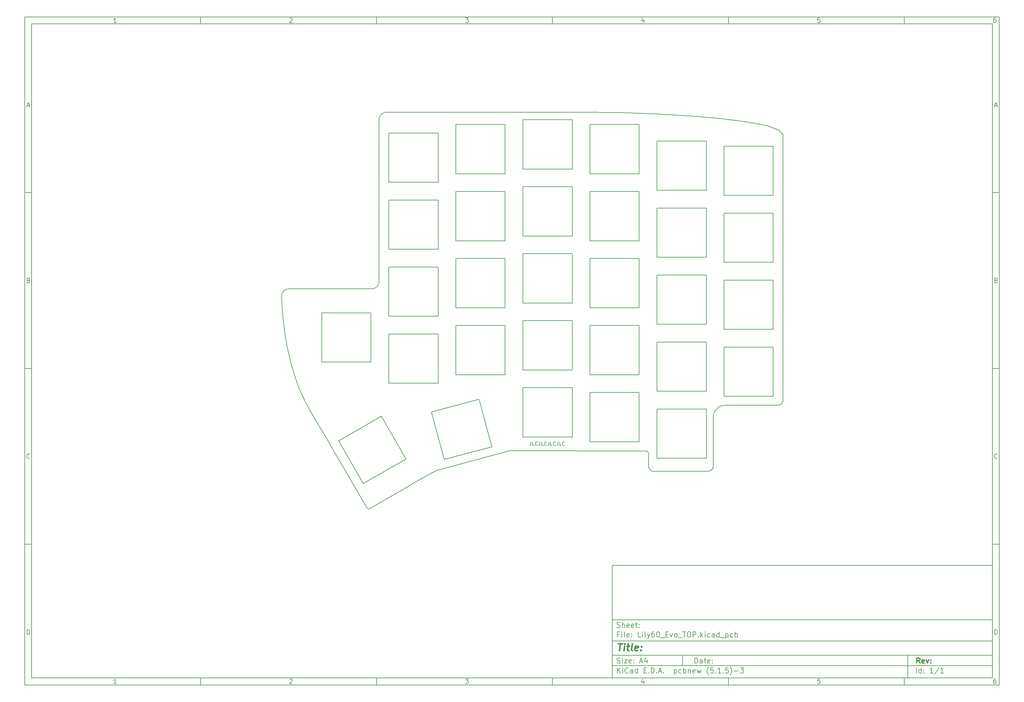
<source format=gto>
G04 #@! TF.GenerationSoftware,KiCad,Pcbnew,(5.1.5)-3*
G04 #@! TF.CreationDate,2020-05-17T14:13:09+04:00*
G04 #@! TF.ProjectId,Lily60_Evo_TOP,4c696c79-3630-45f4-9576-6f5f544f502e,rev?*
G04 #@! TF.SameCoordinates,Original*
G04 #@! TF.FileFunction,Legend,Top*
G04 #@! TF.FilePolarity,Positive*
%FSLAX46Y46*%
G04 Gerber Fmt 4.6, Leading zero omitted, Abs format (unit mm)*
G04 Created by KiCad (PCBNEW (5.1.5)-3) date 2020-05-17 14:13:09*
%MOMM*%
%LPD*%
G04 APERTURE LIST*
%ADD10C,0.100000*%
%ADD11C,0.150000*%
%ADD12C,0.300000*%
%ADD13C,0.400000*%
%ADD14C,0.200000*%
G04 APERTURE END LIST*
D10*
D11*
X177002200Y-166007200D02*
X177002200Y-198007200D01*
X285002200Y-198007200D01*
X285002200Y-166007200D01*
X177002200Y-166007200D01*
D10*
D11*
X10000000Y-10000000D02*
X10000000Y-200007200D01*
X287002200Y-200007200D01*
X287002200Y-10000000D01*
X10000000Y-10000000D01*
D10*
D11*
X12000000Y-12000000D02*
X12000000Y-198007200D01*
X285002200Y-198007200D01*
X285002200Y-12000000D01*
X12000000Y-12000000D01*
D10*
D11*
X60000000Y-12000000D02*
X60000000Y-10000000D01*
D10*
D11*
X110000000Y-12000000D02*
X110000000Y-10000000D01*
D10*
D11*
X160000000Y-12000000D02*
X160000000Y-10000000D01*
D10*
D11*
X210000000Y-12000000D02*
X210000000Y-10000000D01*
D10*
D11*
X260000000Y-12000000D02*
X260000000Y-10000000D01*
D10*
D11*
X36065476Y-11588095D02*
X35322619Y-11588095D01*
X35694047Y-11588095D02*
X35694047Y-10288095D01*
X35570238Y-10473809D01*
X35446428Y-10597619D01*
X35322619Y-10659523D01*
D10*
D11*
X85322619Y-10411904D02*
X85384523Y-10350000D01*
X85508333Y-10288095D01*
X85817857Y-10288095D01*
X85941666Y-10350000D01*
X86003571Y-10411904D01*
X86065476Y-10535714D01*
X86065476Y-10659523D01*
X86003571Y-10845238D01*
X85260714Y-11588095D01*
X86065476Y-11588095D01*
D10*
D11*
X135260714Y-10288095D02*
X136065476Y-10288095D01*
X135632142Y-10783333D01*
X135817857Y-10783333D01*
X135941666Y-10845238D01*
X136003571Y-10907142D01*
X136065476Y-11030952D01*
X136065476Y-11340476D01*
X136003571Y-11464285D01*
X135941666Y-11526190D01*
X135817857Y-11588095D01*
X135446428Y-11588095D01*
X135322619Y-11526190D01*
X135260714Y-11464285D01*
D10*
D11*
X185941666Y-10721428D02*
X185941666Y-11588095D01*
X185632142Y-10226190D02*
X185322619Y-11154761D01*
X186127380Y-11154761D01*
D10*
D11*
X236003571Y-10288095D02*
X235384523Y-10288095D01*
X235322619Y-10907142D01*
X235384523Y-10845238D01*
X235508333Y-10783333D01*
X235817857Y-10783333D01*
X235941666Y-10845238D01*
X236003571Y-10907142D01*
X236065476Y-11030952D01*
X236065476Y-11340476D01*
X236003571Y-11464285D01*
X235941666Y-11526190D01*
X235817857Y-11588095D01*
X235508333Y-11588095D01*
X235384523Y-11526190D01*
X235322619Y-11464285D01*
D10*
D11*
X285941666Y-10288095D02*
X285694047Y-10288095D01*
X285570238Y-10350000D01*
X285508333Y-10411904D01*
X285384523Y-10597619D01*
X285322619Y-10845238D01*
X285322619Y-11340476D01*
X285384523Y-11464285D01*
X285446428Y-11526190D01*
X285570238Y-11588095D01*
X285817857Y-11588095D01*
X285941666Y-11526190D01*
X286003571Y-11464285D01*
X286065476Y-11340476D01*
X286065476Y-11030952D01*
X286003571Y-10907142D01*
X285941666Y-10845238D01*
X285817857Y-10783333D01*
X285570238Y-10783333D01*
X285446428Y-10845238D01*
X285384523Y-10907142D01*
X285322619Y-11030952D01*
D10*
D11*
X60000000Y-198007200D02*
X60000000Y-200007200D01*
D10*
D11*
X110000000Y-198007200D02*
X110000000Y-200007200D01*
D10*
D11*
X160000000Y-198007200D02*
X160000000Y-200007200D01*
D10*
D11*
X210000000Y-198007200D02*
X210000000Y-200007200D01*
D10*
D11*
X260000000Y-198007200D02*
X260000000Y-200007200D01*
D10*
D11*
X36065476Y-199595295D02*
X35322619Y-199595295D01*
X35694047Y-199595295D02*
X35694047Y-198295295D01*
X35570238Y-198481009D01*
X35446428Y-198604819D01*
X35322619Y-198666723D01*
D10*
D11*
X85322619Y-198419104D02*
X85384523Y-198357200D01*
X85508333Y-198295295D01*
X85817857Y-198295295D01*
X85941666Y-198357200D01*
X86003571Y-198419104D01*
X86065476Y-198542914D01*
X86065476Y-198666723D01*
X86003571Y-198852438D01*
X85260714Y-199595295D01*
X86065476Y-199595295D01*
D10*
D11*
X135260714Y-198295295D02*
X136065476Y-198295295D01*
X135632142Y-198790533D01*
X135817857Y-198790533D01*
X135941666Y-198852438D01*
X136003571Y-198914342D01*
X136065476Y-199038152D01*
X136065476Y-199347676D01*
X136003571Y-199471485D01*
X135941666Y-199533390D01*
X135817857Y-199595295D01*
X135446428Y-199595295D01*
X135322619Y-199533390D01*
X135260714Y-199471485D01*
D10*
D11*
X185941666Y-198728628D02*
X185941666Y-199595295D01*
X185632142Y-198233390D02*
X185322619Y-199161961D01*
X186127380Y-199161961D01*
D10*
D11*
X236003571Y-198295295D02*
X235384523Y-198295295D01*
X235322619Y-198914342D01*
X235384523Y-198852438D01*
X235508333Y-198790533D01*
X235817857Y-198790533D01*
X235941666Y-198852438D01*
X236003571Y-198914342D01*
X236065476Y-199038152D01*
X236065476Y-199347676D01*
X236003571Y-199471485D01*
X235941666Y-199533390D01*
X235817857Y-199595295D01*
X235508333Y-199595295D01*
X235384523Y-199533390D01*
X235322619Y-199471485D01*
D10*
D11*
X285941666Y-198295295D02*
X285694047Y-198295295D01*
X285570238Y-198357200D01*
X285508333Y-198419104D01*
X285384523Y-198604819D01*
X285322619Y-198852438D01*
X285322619Y-199347676D01*
X285384523Y-199471485D01*
X285446428Y-199533390D01*
X285570238Y-199595295D01*
X285817857Y-199595295D01*
X285941666Y-199533390D01*
X286003571Y-199471485D01*
X286065476Y-199347676D01*
X286065476Y-199038152D01*
X286003571Y-198914342D01*
X285941666Y-198852438D01*
X285817857Y-198790533D01*
X285570238Y-198790533D01*
X285446428Y-198852438D01*
X285384523Y-198914342D01*
X285322619Y-199038152D01*
D10*
D11*
X10000000Y-60000000D02*
X12000000Y-60000000D01*
D10*
D11*
X10000000Y-110000000D02*
X12000000Y-110000000D01*
D10*
D11*
X10000000Y-160000000D02*
X12000000Y-160000000D01*
D10*
D11*
X10690476Y-35216666D02*
X11309523Y-35216666D01*
X10566666Y-35588095D02*
X11000000Y-34288095D01*
X11433333Y-35588095D01*
D10*
D11*
X11092857Y-84907142D02*
X11278571Y-84969047D01*
X11340476Y-85030952D01*
X11402380Y-85154761D01*
X11402380Y-85340476D01*
X11340476Y-85464285D01*
X11278571Y-85526190D01*
X11154761Y-85588095D01*
X10659523Y-85588095D01*
X10659523Y-84288095D01*
X11092857Y-84288095D01*
X11216666Y-84350000D01*
X11278571Y-84411904D01*
X11340476Y-84535714D01*
X11340476Y-84659523D01*
X11278571Y-84783333D01*
X11216666Y-84845238D01*
X11092857Y-84907142D01*
X10659523Y-84907142D01*
D10*
D11*
X11402380Y-135464285D02*
X11340476Y-135526190D01*
X11154761Y-135588095D01*
X11030952Y-135588095D01*
X10845238Y-135526190D01*
X10721428Y-135402380D01*
X10659523Y-135278571D01*
X10597619Y-135030952D01*
X10597619Y-134845238D01*
X10659523Y-134597619D01*
X10721428Y-134473809D01*
X10845238Y-134350000D01*
X11030952Y-134288095D01*
X11154761Y-134288095D01*
X11340476Y-134350000D01*
X11402380Y-134411904D01*
D10*
D11*
X10659523Y-185588095D02*
X10659523Y-184288095D01*
X10969047Y-184288095D01*
X11154761Y-184350000D01*
X11278571Y-184473809D01*
X11340476Y-184597619D01*
X11402380Y-184845238D01*
X11402380Y-185030952D01*
X11340476Y-185278571D01*
X11278571Y-185402380D01*
X11154761Y-185526190D01*
X10969047Y-185588095D01*
X10659523Y-185588095D01*
D10*
D11*
X287002200Y-60000000D02*
X285002200Y-60000000D01*
D10*
D11*
X287002200Y-110000000D02*
X285002200Y-110000000D01*
D10*
D11*
X287002200Y-160000000D02*
X285002200Y-160000000D01*
D10*
D11*
X285692676Y-35216666D02*
X286311723Y-35216666D01*
X285568866Y-35588095D02*
X286002200Y-34288095D01*
X286435533Y-35588095D01*
D10*
D11*
X286095057Y-84907142D02*
X286280771Y-84969047D01*
X286342676Y-85030952D01*
X286404580Y-85154761D01*
X286404580Y-85340476D01*
X286342676Y-85464285D01*
X286280771Y-85526190D01*
X286156961Y-85588095D01*
X285661723Y-85588095D01*
X285661723Y-84288095D01*
X286095057Y-84288095D01*
X286218866Y-84350000D01*
X286280771Y-84411904D01*
X286342676Y-84535714D01*
X286342676Y-84659523D01*
X286280771Y-84783333D01*
X286218866Y-84845238D01*
X286095057Y-84907142D01*
X285661723Y-84907142D01*
D10*
D11*
X286404580Y-135464285D02*
X286342676Y-135526190D01*
X286156961Y-135588095D01*
X286033152Y-135588095D01*
X285847438Y-135526190D01*
X285723628Y-135402380D01*
X285661723Y-135278571D01*
X285599819Y-135030952D01*
X285599819Y-134845238D01*
X285661723Y-134597619D01*
X285723628Y-134473809D01*
X285847438Y-134350000D01*
X286033152Y-134288095D01*
X286156961Y-134288095D01*
X286342676Y-134350000D01*
X286404580Y-134411904D01*
D10*
D11*
X285661723Y-185588095D02*
X285661723Y-184288095D01*
X285971247Y-184288095D01*
X286156961Y-184350000D01*
X286280771Y-184473809D01*
X286342676Y-184597619D01*
X286404580Y-184845238D01*
X286404580Y-185030952D01*
X286342676Y-185278571D01*
X286280771Y-185402380D01*
X286156961Y-185526190D01*
X285971247Y-185588095D01*
X285661723Y-185588095D01*
D10*
D11*
X200434342Y-193785771D02*
X200434342Y-192285771D01*
X200791485Y-192285771D01*
X201005771Y-192357200D01*
X201148628Y-192500057D01*
X201220057Y-192642914D01*
X201291485Y-192928628D01*
X201291485Y-193142914D01*
X201220057Y-193428628D01*
X201148628Y-193571485D01*
X201005771Y-193714342D01*
X200791485Y-193785771D01*
X200434342Y-193785771D01*
X202577200Y-193785771D02*
X202577200Y-193000057D01*
X202505771Y-192857200D01*
X202362914Y-192785771D01*
X202077200Y-192785771D01*
X201934342Y-192857200D01*
X202577200Y-193714342D02*
X202434342Y-193785771D01*
X202077200Y-193785771D01*
X201934342Y-193714342D01*
X201862914Y-193571485D01*
X201862914Y-193428628D01*
X201934342Y-193285771D01*
X202077200Y-193214342D01*
X202434342Y-193214342D01*
X202577200Y-193142914D01*
X203077200Y-192785771D02*
X203648628Y-192785771D01*
X203291485Y-192285771D02*
X203291485Y-193571485D01*
X203362914Y-193714342D01*
X203505771Y-193785771D01*
X203648628Y-193785771D01*
X204720057Y-193714342D02*
X204577200Y-193785771D01*
X204291485Y-193785771D01*
X204148628Y-193714342D01*
X204077200Y-193571485D01*
X204077200Y-193000057D01*
X204148628Y-192857200D01*
X204291485Y-192785771D01*
X204577200Y-192785771D01*
X204720057Y-192857200D01*
X204791485Y-193000057D01*
X204791485Y-193142914D01*
X204077200Y-193285771D01*
X205434342Y-193642914D02*
X205505771Y-193714342D01*
X205434342Y-193785771D01*
X205362914Y-193714342D01*
X205434342Y-193642914D01*
X205434342Y-193785771D01*
X205434342Y-192857200D02*
X205505771Y-192928628D01*
X205434342Y-193000057D01*
X205362914Y-192928628D01*
X205434342Y-192857200D01*
X205434342Y-193000057D01*
D10*
D11*
X177002200Y-194507200D02*
X285002200Y-194507200D01*
D10*
D11*
X178434342Y-196585771D02*
X178434342Y-195085771D01*
X179291485Y-196585771D02*
X178648628Y-195728628D01*
X179291485Y-195085771D02*
X178434342Y-195942914D01*
X179934342Y-196585771D02*
X179934342Y-195585771D01*
X179934342Y-195085771D02*
X179862914Y-195157200D01*
X179934342Y-195228628D01*
X180005771Y-195157200D01*
X179934342Y-195085771D01*
X179934342Y-195228628D01*
X181505771Y-196442914D02*
X181434342Y-196514342D01*
X181220057Y-196585771D01*
X181077200Y-196585771D01*
X180862914Y-196514342D01*
X180720057Y-196371485D01*
X180648628Y-196228628D01*
X180577200Y-195942914D01*
X180577200Y-195728628D01*
X180648628Y-195442914D01*
X180720057Y-195300057D01*
X180862914Y-195157200D01*
X181077200Y-195085771D01*
X181220057Y-195085771D01*
X181434342Y-195157200D01*
X181505771Y-195228628D01*
X182791485Y-196585771D02*
X182791485Y-195800057D01*
X182720057Y-195657200D01*
X182577200Y-195585771D01*
X182291485Y-195585771D01*
X182148628Y-195657200D01*
X182791485Y-196514342D02*
X182648628Y-196585771D01*
X182291485Y-196585771D01*
X182148628Y-196514342D01*
X182077200Y-196371485D01*
X182077200Y-196228628D01*
X182148628Y-196085771D01*
X182291485Y-196014342D01*
X182648628Y-196014342D01*
X182791485Y-195942914D01*
X184148628Y-196585771D02*
X184148628Y-195085771D01*
X184148628Y-196514342D02*
X184005771Y-196585771D01*
X183720057Y-196585771D01*
X183577200Y-196514342D01*
X183505771Y-196442914D01*
X183434342Y-196300057D01*
X183434342Y-195871485D01*
X183505771Y-195728628D01*
X183577200Y-195657200D01*
X183720057Y-195585771D01*
X184005771Y-195585771D01*
X184148628Y-195657200D01*
X186005771Y-195800057D02*
X186505771Y-195800057D01*
X186720057Y-196585771D02*
X186005771Y-196585771D01*
X186005771Y-195085771D01*
X186720057Y-195085771D01*
X187362914Y-196442914D02*
X187434342Y-196514342D01*
X187362914Y-196585771D01*
X187291485Y-196514342D01*
X187362914Y-196442914D01*
X187362914Y-196585771D01*
X188077200Y-196585771D02*
X188077200Y-195085771D01*
X188434342Y-195085771D01*
X188648628Y-195157200D01*
X188791485Y-195300057D01*
X188862914Y-195442914D01*
X188934342Y-195728628D01*
X188934342Y-195942914D01*
X188862914Y-196228628D01*
X188791485Y-196371485D01*
X188648628Y-196514342D01*
X188434342Y-196585771D01*
X188077200Y-196585771D01*
X189577200Y-196442914D02*
X189648628Y-196514342D01*
X189577200Y-196585771D01*
X189505771Y-196514342D01*
X189577200Y-196442914D01*
X189577200Y-196585771D01*
X190220057Y-196157200D02*
X190934342Y-196157200D01*
X190077200Y-196585771D02*
X190577200Y-195085771D01*
X191077200Y-196585771D01*
X191577200Y-196442914D02*
X191648628Y-196514342D01*
X191577200Y-196585771D01*
X191505771Y-196514342D01*
X191577200Y-196442914D01*
X191577200Y-196585771D01*
X194577200Y-195585771D02*
X194577200Y-197085771D01*
X194577200Y-195657200D02*
X194720057Y-195585771D01*
X195005771Y-195585771D01*
X195148628Y-195657200D01*
X195220057Y-195728628D01*
X195291485Y-195871485D01*
X195291485Y-196300057D01*
X195220057Y-196442914D01*
X195148628Y-196514342D01*
X195005771Y-196585771D01*
X194720057Y-196585771D01*
X194577200Y-196514342D01*
X196577200Y-196514342D02*
X196434342Y-196585771D01*
X196148628Y-196585771D01*
X196005771Y-196514342D01*
X195934342Y-196442914D01*
X195862914Y-196300057D01*
X195862914Y-195871485D01*
X195934342Y-195728628D01*
X196005771Y-195657200D01*
X196148628Y-195585771D01*
X196434342Y-195585771D01*
X196577200Y-195657200D01*
X197220057Y-196585771D02*
X197220057Y-195085771D01*
X197220057Y-195657200D02*
X197362914Y-195585771D01*
X197648628Y-195585771D01*
X197791485Y-195657200D01*
X197862914Y-195728628D01*
X197934342Y-195871485D01*
X197934342Y-196300057D01*
X197862914Y-196442914D01*
X197791485Y-196514342D01*
X197648628Y-196585771D01*
X197362914Y-196585771D01*
X197220057Y-196514342D01*
X198577200Y-195585771D02*
X198577200Y-196585771D01*
X198577200Y-195728628D02*
X198648628Y-195657200D01*
X198791485Y-195585771D01*
X199005771Y-195585771D01*
X199148628Y-195657200D01*
X199220057Y-195800057D01*
X199220057Y-196585771D01*
X200505771Y-196514342D02*
X200362914Y-196585771D01*
X200077200Y-196585771D01*
X199934342Y-196514342D01*
X199862914Y-196371485D01*
X199862914Y-195800057D01*
X199934342Y-195657200D01*
X200077200Y-195585771D01*
X200362914Y-195585771D01*
X200505771Y-195657200D01*
X200577200Y-195800057D01*
X200577200Y-195942914D01*
X199862914Y-196085771D01*
X201077200Y-195585771D02*
X201362914Y-196585771D01*
X201648628Y-195871485D01*
X201934342Y-196585771D01*
X202220057Y-195585771D01*
X204362914Y-197157200D02*
X204291485Y-197085771D01*
X204148628Y-196871485D01*
X204077200Y-196728628D01*
X204005771Y-196514342D01*
X203934342Y-196157200D01*
X203934342Y-195871485D01*
X204005771Y-195514342D01*
X204077200Y-195300057D01*
X204148628Y-195157200D01*
X204291485Y-194942914D01*
X204362914Y-194871485D01*
X205648628Y-195085771D02*
X204934342Y-195085771D01*
X204862914Y-195800057D01*
X204934342Y-195728628D01*
X205077200Y-195657200D01*
X205434342Y-195657200D01*
X205577200Y-195728628D01*
X205648628Y-195800057D01*
X205720057Y-195942914D01*
X205720057Y-196300057D01*
X205648628Y-196442914D01*
X205577200Y-196514342D01*
X205434342Y-196585771D01*
X205077200Y-196585771D01*
X204934342Y-196514342D01*
X204862914Y-196442914D01*
X206362914Y-196442914D02*
X206434342Y-196514342D01*
X206362914Y-196585771D01*
X206291485Y-196514342D01*
X206362914Y-196442914D01*
X206362914Y-196585771D01*
X207862914Y-196585771D02*
X207005771Y-196585771D01*
X207434342Y-196585771D02*
X207434342Y-195085771D01*
X207291485Y-195300057D01*
X207148628Y-195442914D01*
X207005771Y-195514342D01*
X208505771Y-196442914D02*
X208577200Y-196514342D01*
X208505771Y-196585771D01*
X208434342Y-196514342D01*
X208505771Y-196442914D01*
X208505771Y-196585771D01*
X209934342Y-195085771D02*
X209220057Y-195085771D01*
X209148628Y-195800057D01*
X209220057Y-195728628D01*
X209362914Y-195657200D01*
X209720057Y-195657200D01*
X209862914Y-195728628D01*
X209934342Y-195800057D01*
X210005771Y-195942914D01*
X210005771Y-196300057D01*
X209934342Y-196442914D01*
X209862914Y-196514342D01*
X209720057Y-196585771D01*
X209362914Y-196585771D01*
X209220057Y-196514342D01*
X209148628Y-196442914D01*
X210505771Y-197157200D02*
X210577200Y-197085771D01*
X210720057Y-196871485D01*
X210791485Y-196728628D01*
X210862914Y-196514342D01*
X210934342Y-196157200D01*
X210934342Y-195871485D01*
X210862914Y-195514342D01*
X210791485Y-195300057D01*
X210720057Y-195157200D01*
X210577200Y-194942914D01*
X210505771Y-194871485D01*
X211648628Y-196014342D02*
X212791485Y-196014342D01*
X213362914Y-195085771D02*
X214291485Y-195085771D01*
X213791485Y-195657200D01*
X214005771Y-195657200D01*
X214148628Y-195728628D01*
X214220057Y-195800057D01*
X214291485Y-195942914D01*
X214291485Y-196300057D01*
X214220057Y-196442914D01*
X214148628Y-196514342D01*
X214005771Y-196585771D01*
X213577200Y-196585771D01*
X213434342Y-196514342D01*
X213362914Y-196442914D01*
D10*
D11*
X177002200Y-191507200D02*
X285002200Y-191507200D01*
D10*
D12*
X264411485Y-193785771D02*
X263911485Y-193071485D01*
X263554342Y-193785771D02*
X263554342Y-192285771D01*
X264125771Y-192285771D01*
X264268628Y-192357200D01*
X264340057Y-192428628D01*
X264411485Y-192571485D01*
X264411485Y-192785771D01*
X264340057Y-192928628D01*
X264268628Y-193000057D01*
X264125771Y-193071485D01*
X263554342Y-193071485D01*
X265625771Y-193714342D02*
X265482914Y-193785771D01*
X265197200Y-193785771D01*
X265054342Y-193714342D01*
X264982914Y-193571485D01*
X264982914Y-193000057D01*
X265054342Y-192857200D01*
X265197200Y-192785771D01*
X265482914Y-192785771D01*
X265625771Y-192857200D01*
X265697200Y-193000057D01*
X265697200Y-193142914D01*
X264982914Y-193285771D01*
X266197200Y-192785771D02*
X266554342Y-193785771D01*
X266911485Y-192785771D01*
X267482914Y-193642914D02*
X267554342Y-193714342D01*
X267482914Y-193785771D01*
X267411485Y-193714342D01*
X267482914Y-193642914D01*
X267482914Y-193785771D01*
X267482914Y-192857200D02*
X267554342Y-192928628D01*
X267482914Y-193000057D01*
X267411485Y-192928628D01*
X267482914Y-192857200D01*
X267482914Y-193000057D01*
D10*
D11*
X178362914Y-193714342D02*
X178577200Y-193785771D01*
X178934342Y-193785771D01*
X179077200Y-193714342D01*
X179148628Y-193642914D01*
X179220057Y-193500057D01*
X179220057Y-193357200D01*
X179148628Y-193214342D01*
X179077200Y-193142914D01*
X178934342Y-193071485D01*
X178648628Y-193000057D01*
X178505771Y-192928628D01*
X178434342Y-192857200D01*
X178362914Y-192714342D01*
X178362914Y-192571485D01*
X178434342Y-192428628D01*
X178505771Y-192357200D01*
X178648628Y-192285771D01*
X179005771Y-192285771D01*
X179220057Y-192357200D01*
X179862914Y-193785771D02*
X179862914Y-192785771D01*
X179862914Y-192285771D02*
X179791485Y-192357200D01*
X179862914Y-192428628D01*
X179934342Y-192357200D01*
X179862914Y-192285771D01*
X179862914Y-192428628D01*
X180434342Y-192785771D02*
X181220057Y-192785771D01*
X180434342Y-193785771D01*
X181220057Y-193785771D01*
X182362914Y-193714342D02*
X182220057Y-193785771D01*
X181934342Y-193785771D01*
X181791485Y-193714342D01*
X181720057Y-193571485D01*
X181720057Y-193000057D01*
X181791485Y-192857200D01*
X181934342Y-192785771D01*
X182220057Y-192785771D01*
X182362914Y-192857200D01*
X182434342Y-193000057D01*
X182434342Y-193142914D01*
X181720057Y-193285771D01*
X183077200Y-193642914D02*
X183148628Y-193714342D01*
X183077200Y-193785771D01*
X183005771Y-193714342D01*
X183077200Y-193642914D01*
X183077200Y-193785771D01*
X183077200Y-192857200D02*
X183148628Y-192928628D01*
X183077200Y-193000057D01*
X183005771Y-192928628D01*
X183077200Y-192857200D01*
X183077200Y-193000057D01*
X184862914Y-193357200D02*
X185577200Y-193357200D01*
X184720057Y-193785771D02*
X185220057Y-192285771D01*
X185720057Y-193785771D01*
X186862914Y-192785771D02*
X186862914Y-193785771D01*
X186505771Y-192214342D02*
X186148628Y-193285771D01*
X187077200Y-193285771D01*
D10*
D11*
X263434342Y-196585771D02*
X263434342Y-195085771D01*
X264791485Y-196585771D02*
X264791485Y-195085771D01*
X264791485Y-196514342D02*
X264648628Y-196585771D01*
X264362914Y-196585771D01*
X264220057Y-196514342D01*
X264148628Y-196442914D01*
X264077200Y-196300057D01*
X264077200Y-195871485D01*
X264148628Y-195728628D01*
X264220057Y-195657200D01*
X264362914Y-195585771D01*
X264648628Y-195585771D01*
X264791485Y-195657200D01*
X265505771Y-196442914D02*
X265577200Y-196514342D01*
X265505771Y-196585771D01*
X265434342Y-196514342D01*
X265505771Y-196442914D01*
X265505771Y-196585771D01*
X265505771Y-195657200D02*
X265577200Y-195728628D01*
X265505771Y-195800057D01*
X265434342Y-195728628D01*
X265505771Y-195657200D01*
X265505771Y-195800057D01*
X268148628Y-196585771D02*
X267291485Y-196585771D01*
X267720057Y-196585771D02*
X267720057Y-195085771D01*
X267577200Y-195300057D01*
X267434342Y-195442914D01*
X267291485Y-195514342D01*
X269862914Y-195014342D02*
X268577200Y-196942914D01*
X271148628Y-196585771D02*
X270291485Y-196585771D01*
X270720057Y-196585771D02*
X270720057Y-195085771D01*
X270577200Y-195300057D01*
X270434342Y-195442914D01*
X270291485Y-195514342D01*
D10*
D11*
X177002200Y-187507200D02*
X285002200Y-187507200D01*
D10*
D13*
X178714580Y-188211961D02*
X179857438Y-188211961D01*
X179036009Y-190211961D02*
X179286009Y-188211961D01*
X180274104Y-190211961D02*
X180440771Y-188878628D01*
X180524104Y-188211961D02*
X180416961Y-188307200D01*
X180500295Y-188402438D01*
X180607438Y-188307200D01*
X180524104Y-188211961D01*
X180500295Y-188402438D01*
X181107438Y-188878628D02*
X181869342Y-188878628D01*
X181476485Y-188211961D02*
X181262200Y-189926247D01*
X181333628Y-190116723D01*
X181512200Y-190211961D01*
X181702676Y-190211961D01*
X182655057Y-190211961D02*
X182476485Y-190116723D01*
X182405057Y-189926247D01*
X182619342Y-188211961D01*
X184190771Y-190116723D02*
X183988390Y-190211961D01*
X183607438Y-190211961D01*
X183428866Y-190116723D01*
X183357438Y-189926247D01*
X183452676Y-189164342D01*
X183571723Y-188973866D01*
X183774104Y-188878628D01*
X184155057Y-188878628D01*
X184333628Y-188973866D01*
X184405057Y-189164342D01*
X184381247Y-189354819D01*
X183405057Y-189545295D01*
X185155057Y-190021485D02*
X185238390Y-190116723D01*
X185131247Y-190211961D01*
X185047914Y-190116723D01*
X185155057Y-190021485D01*
X185131247Y-190211961D01*
X185286009Y-188973866D02*
X185369342Y-189069104D01*
X185262200Y-189164342D01*
X185178866Y-189069104D01*
X185286009Y-188973866D01*
X185262200Y-189164342D01*
D10*
D11*
X178934342Y-185600057D02*
X178434342Y-185600057D01*
X178434342Y-186385771D02*
X178434342Y-184885771D01*
X179148628Y-184885771D01*
X179720057Y-186385771D02*
X179720057Y-185385771D01*
X179720057Y-184885771D02*
X179648628Y-184957200D01*
X179720057Y-185028628D01*
X179791485Y-184957200D01*
X179720057Y-184885771D01*
X179720057Y-185028628D01*
X180648628Y-186385771D02*
X180505771Y-186314342D01*
X180434342Y-186171485D01*
X180434342Y-184885771D01*
X181791485Y-186314342D02*
X181648628Y-186385771D01*
X181362914Y-186385771D01*
X181220057Y-186314342D01*
X181148628Y-186171485D01*
X181148628Y-185600057D01*
X181220057Y-185457200D01*
X181362914Y-185385771D01*
X181648628Y-185385771D01*
X181791485Y-185457200D01*
X181862914Y-185600057D01*
X181862914Y-185742914D01*
X181148628Y-185885771D01*
X182505771Y-186242914D02*
X182577200Y-186314342D01*
X182505771Y-186385771D01*
X182434342Y-186314342D01*
X182505771Y-186242914D01*
X182505771Y-186385771D01*
X182505771Y-185457200D02*
X182577200Y-185528628D01*
X182505771Y-185600057D01*
X182434342Y-185528628D01*
X182505771Y-185457200D01*
X182505771Y-185600057D01*
X185077200Y-186385771D02*
X184362914Y-186385771D01*
X184362914Y-184885771D01*
X185577200Y-186385771D02*
X185577200Y-185385771D01*
X185577200Y-184885771D02*
X185505771Y-184957200D01*
X185577200Y-185028628D01*
X185648628Y-184957200D01*
X185577200Y-184885771D01*
X185577200Y-185028628D01*
X186505771Y-186385771D02*
X186362914Y-186314342D01*
X186291485Y-186171485D01*
X186291485Y-184885771D01*
X186934342Y-185385771D02*
X187291485Y-186385771D01*
X187648628Y-185385771D02*
X187291485Y-186385771D01*
X187148628Y-186742914D01*
X187077200Y-186814342D01*
X186934342Y-186885771D01*
X188862914Y-184885771D02*
X188577200Y-184885771D01*
X188434342Y-184957200D01*
X188362914Y-185028628D01*
X188220057Y-185242914D01*
X188148628Y-185528628D01*
X188148628Y-186100057D01*
X188220057Y-186242914D01*
X188291485Y-186314342D01*
X188434342Y-186385771D01*
X188720057Y-186385771D01*
X188862914Y-186314342D01*
X188934342Y-186242914D01*
X189005771Y-186100057D01*
X189005771Y-185742914D01*
X188934342Y-185600057D01*
X188862914Y-185528628D01*
X188720057Y-185457200D01*
X188434342Y-185457200D01*
X188291485Y-185528628D01*
X188220057Y-185600057D01*
X188148628Y-185742914D01*
X189934342Y-184885771D02*
X190077200Y-184885771D01*
X190220057Y-184957200D01*
X190291485Y-185028628D01*
X190362914Y-185171485D01*
X190434342Y-185457200D01*
X190434342Y-185814342D01*
X190362914Y-186100057D01*
X190291485Y-186242914D01*
X190220057Y-186314342D01*
X190077200Y-186385771D01*
X189934342Y-186385771D01*
X189791485Y-186314342D01*
X189720057Y-186242914D01*
X189648628Y-186100057D01*
X189577200Y-185814342D01*
X189577200Y-185457200D01*
X189648628Y-185171485D01*
X189720057Y-185028628D01*
X189791485Y-184957200D01*
X189934342Y-184885771D01*
X190720057Y-186528628D02*
X191862914Y-186528628D01*
X192220057Y-185600057D02*
X192720057Y-185600057D01*
X192934342Y-186385771D02*
X192220057Y-186385771D01*
X192220057Y-184885771D01*
X192934342Y-184885771D01*
X193434342Y-185385771D02*
X193791485Y-186385771D01*
X194148628Y-185385771D01*
X194934342Y-186385771D02*
X194791485Y-186314342D01*
X194720057Y-186242914D01*
X194648628Y-186100057D01*
X194648628Y-185671485D01*
X194720057Y-185528628D01*
X194791485Y-185457200D01*
X194934342Y-185385771D01*
X195148628Y-185385771D01*
X195291485Y-185457200D01*
X195362914Y-185528628D01*
X195434342Y-185671485D01*
X195434342Y-186100057D01*
X195362914Y-186242914D01*
X195291485Y-186314342D01*
X195148628Y-186385771D01*
X194934342Y-186385771D01*
X195720057Y-186528628D02*
X196862914Y-186528628D01*
X197005771Y-184885771D02*
X197862914Y-184885771D01*
X197434342Y-186385771D02*
X197434342Y-184885771D01*
X198648628Y-184885771D02*
X198934342Y-184885771D01*
X199077200Y-184957200D01*
X199220057Y-185100057D01*
X199291485Y-185385771D01*
X199291485Y-185885771D01*
X199220057Y-186171485D01*
X199077200Y-186314342D01*
X198934342Y-186385771D01*
X198648628Y-186385771D01*
X198505771Y-186314342D01*
X198362914Y-186171485D01*
X198291485Y-185885771D01*
X198291485Y-185385771D01*
X198362914Y-185100057D01*
X198505771Y-184957200D01*
X198648628Y-184885771D01*
X199934342Y-186385771D02*
X199934342Y-184885771D01*
X200505771Y-184885771D01*
X200648628Y-184957200D01*
X200720057Y-185028628D01*
X200791485Y-185171485D01*
X200791485Y-185385771D01*
X200720057Y-185528628D01*
X200648628Y-185600057D01*
X200505771Y-185671485D01*
X199934342Y-185671485D01*
X201434342Y-186242914D02*
X201505771Y-186314342D01*
X201434342Y-186385771D01*
X201362914Y-186314342D01*
X201434342Y-186242914D01*
X201434342Y-186385771D01*
X202148628Y-186385771D02*
X202148628Y-184885771D01*
X202291485Y-185814342D02*
X202720057Y-186385771D01*
X202720057Y-185385771D02*
X202148628Y-185957200D01*
X203362914Y-186385771D02*
X203362914Y-185385771D01*
X203362914Y-184885771D02*
X203291485Y-184957200D01*
X203362914Y-185028628D01*
X203434342Y-184957200D01*
X203362914Y-184885771D01*
X203362914Y-185028628D01*
X204720057Y-186314342D02*
X204577200Y-186385771D01*
X204291485Y-186385771D01*
X204148628Y-186314342D01*
X204077200Y-186242914D01*
X204005771Y-186100057D01*
X204005771Y-185671485D01*
X204077200Y-185528628D01*
X204148628Y-185457200D01*
X204291485Y-185385771D01*
X204577200Y-185385771D01*
X204720057Y-185457200D01*
X206005771Y-186385771D02*
X206005771Y-185600057D01*
X205934342Y-185457200D01*
X205791485Y-185385771D01*
X205505771Y-185385771D01*
X205362914Y-185457200D01*
X206005771Y-186314342D02*
X205862914Y-186385771D01*
X205505771Y-186385771D01*
X205362914Y-186314342D01*
X205291485Y-186171485D01*
X205291485Y-186028628D01*
X205362914Y-185885771D01*
X205505771Y-185814342D01*
X205862914Y-185814342D01*
X206005771Y-185742914D01*
X207362914Y-186385771D02*
X207362914Y-184885771D01*
X207362914Y-186314342D02*
X207220057Y-186385771D01*
X206934342Y-186385771D01*
X206791485Y-186314342D01*
X206720057Y-186242914D01*
X206648628Y-186100057D01*
X206648628Y-185671485D01*
X206720057Y-185528628D01*
X206791485Y-185457200D01*
X206934342Y-185385771D01*
X207220057Y-185385771D01*
X207362914Y-185457200D01*
X207720057Y-186528628D02*
X208862914Y-186528628D01*
X209220057Y-185385771D02*
X209220057Y-186885771D01*
X209220057Y-185457200D02*
X209362914Y-185385771D01*
X209648628Y-185385771D01*
X209791485Y-185457200D01*
X209862914Y-185528628D01*
X209934342Y-185671485D01*
X209934342Y-186100057D01*
X209862914Y-186242914D01*
X209791485Y-186314342D01*
X209648628Y-186385771D01*
X209362914Y-186385771D01*
X209220057Y-186314342D01*
X211220057Y-186314342D02*
X211077200Y-186385771D01*
X210791485Y-186385771D01*
X210648628Y-186314342D01*
X210577200Y-186242914D01*
X210505771Y-186100057D01*
X210505771Y-185671485D01*
X210577200Y-185528628D01*
X210648628Y-185457200D01*
X210791485Y-185385771D01*
X211077200Y-185385771D01*
X211220057Y-185457200D01*
X211862914Y-186385771D02*
X211862914Y-184885771D01*
X211862914Y-185457200D02*
X212005771Y-185385771D01*
X212291485Y-185385771D01*
X212434342Y-185457200D01*
X212505771Y-185528628D01*
X212577200Y-185671485D01*
X212577200Y-186100057D01*
X212505771Y-186242914D01*
X212434342Y-186314342D01*
X212291485Y-186385771D01*
X212005771Y-186385771D01*
X211862914Y-186314342D01*
D10*
D11*
X177002200Y-181507200D02*
X285002200Y-181507200D01*
D10*
D11*
X178362914Y-183614342D02*
X178577200Y-183685771D01*
X178934342Y-183685771D01*
X179077200Y-183614342D01*
X179148628Y-183542914D01*
X179220057Y-183400057D01*
X179220057Y-183257200D01*
X179148628Y-183114342D01*
X179077200Y-183042914D01*
X178934342Y-182971485D01*
X178648628Y-182900057D01*
X178505771Y-182828628D01*
X178434342Y-182757200D01*
X178362914Y-182614342D01*
X178362914Y-182471485D01*
X178434342Y-182328628D01*
X178505771Y-182257200D01*
X178648628Y-182185771D01*
X179005771Y-182185771D01*
X179220057Y-182257200D01*
X179862914Y-183685771D02*
X179862914Y-182185771D01*
X180505771Y-183685771D02*
X180505771Y-182900057D01*
X180434342Y-182757200D01*
X180291485Y-182685771D01*
X180077200Y-182685771D01*
X179934342Y-182757200D01*
X179862914Y-182828628D01*
X181791485Y-183614342D02*
X181648628Y-183685771D01*
X181362914Y-183685771D01*
X181220057Y-183614342D01*
X181148628Y-183471485D01*
X181148628Y-182900057D01*
X181220057Y-182757200D01*
X181362914Y-182685771D01*
X181648628Y-182685771D01*
X181791485Y-182757200D01*
X181862914Y-182900057D01*
X181862914Y-183042914D01*
X181148628Y-183185771D01*
X183077200Y-183614342D02*
X182934342Y-183685771D01*
X182648628Y-183685771D01*
X182505771Y-183614342D01*
X182434342Y-183471485D01*
X182434342Y-182900057D01*
X182505771Y-182757200D01*
X182648628Y-182685771D01*
X182934342Y-182685771D01*
X183077200Y-182757200D01*
X183148628Y-182900057D01*
X183148628Y-183042914D01*
X182434342Y-183185771D01*
X183577200Y-182685771D02*
X184148628Y-182685771D01*
X183791485Y-182185771D02*
X183791485Y-183471485D01*
X183862914Y-183614342D01*
X184005771Y-183685771D01*
X184148628Y-183685771D01*
X184648628Y-183542914D02*
X184720057Y-183614342D01*
X184648628Y-183685771D01*
X184577200Y-183614342D01*
X184648628Y-183542914D01*
X184648628Y-183685771D01*
X184648628Y-182757200D02*
X184720057Y-182828628D01*
X184648628Y-182900057D01*
X184577200Y-182828628D01*
X184648628Y-182757200D01*
X184648628Y-182900057D01*
D10*
D11*
X197002200Y-191507200D02*
X197002200Y-194507200D01*
D10*
D11*
X261002200Y-191507200D02*
X261002200Y-198007200D01*
D14*
X153880952Y-130852380D02*
X153880952Y-131566666D01*
X153833333Y-131709523D01*
X153738095Y-131804761D01*
X153595238Y-131852380D01*
X153500000Y-131852380D01*
X154833333Y-131852380D02*
X154357142Y-131852380D01*
X154357142Y-130852380D01*
X155738095Y-131757142D02*
X155690476Y-131804761D01*
X155547619Y-131852380D01*
X155452380Y-131852380D01*
X155309523Y-131804761D01*
X155214285Y-131709523D01*
X155166666Y-131614285D01*
X155119047Y-131423809D01*
X155119047Y-131280952D01*
X155166666Y-131090476D01*
X155214285Y-130995238D01*
X155309523Y-130900000D01*
X155452380Y-130852380D01*
X155547619Y-130852380D01*
X155690476Y-130900000D01*
X155738095Y-130947619D01*
X156452380Y-130852380D02*
X156452380Y-131566666D01*
X156404761Y-131709523D01*
X156309523Y-131804761D01*
X156166666Y-131852380D01*
X156071428Y-131852380D01*
X157404761Y-131852380D02*
X156928571Y-131852380D01*
X156928571Y-130852380D01*
X158309523Y-131757142D02*
X158261904Y-131804761D01*
X158119047Y-131852380D01*
X158023809Y-131852380D01*
X157880952Y-131804761D01*
X157785714Y-131709523D01*
X157738095Y-131614285D01*
X157690476Y-131423809D01*
X157690476Y-131280952D01*
X157738095Y-131090476D01*
X157785714Y-130995238D01*
X157880952Y-130900000D01*
X158023809Y-130852380D01*
X158119047Y-130852380D01*
X158261904Y-130900000D01*
X158309523Y-130947619D01*
X159023809Y-130852380D02*
X159023809Y-131566666D01*
X158976190Y-131709523D01*
X158880952Y-131804761D01*
X158738095Y-131852380D01*
X158642857Y-131852380D01*
X159976190Y-131852380D02*
X159500000Y-131852380D01*
X159500000Y-130852380D01*
X160880952Y-131757142D02*
X160833333Y-131804761D01*
X160690476Y-131852380D01*
X160595238Y-131852380D01*
X160452380Y-131804761D01*
X160357142Y-131709523D01*
X160309523Y-131614285D01*
X160261904Y-131423809D01*
X160261904Y-131280952D01*
X160309523Y-131090476D01*
X160357142Y-130995238D01*
X160452380Y-130900000D01*
X160595238Y-130852380D01*
X160690476Y-130852380D01*
X160833333Y-130900000D01*
X160880952Y-130947619D01*
X161595238Y-130852380D02*
X161595238Y-131566666D01*
X161547619Y-131709523D01*
X161452380Y-131804761D01*
X161309523Y-131852380D01*
X161214285Y-131852380D01*
X162547619Y-131852380D02*
X162071428Y-131852380D01*
X162071428Y-130852380D01*
X163452380Y-131757142D02*
X163404761Y-131804761D01*
X163261904Y-131852380D01*
X163166666Y-131852380D01*
X163023809Y-131804761D01*
X162928571Y-131709523D01*
X162880952Y-131614285D01*
X162833333Y-131423809D01*
X162833333Y-131280952D01*
X162880952Y-131090476D01*
X162928571Y-130995238D01*
X163023809Y-130900000D01*
X163166666Y-130852380D01*
X163261904Y-130852380D01*
X163404761Y-130900000D01*
X163452380Y-130947619D01*
X225472504Y-118955447D02*
X225467057Y-119232943D01*
X225467057Y-119232943D02*
X225379721Y-119514599D01*
X225241505Y-119769408D02*
X225058417Y-119991360D01*
X225058417Y-119991360D02*
X224836464Y-120174449D01*
X225379721Y-119514599D02*
X225241505Y-119769408D01*
X224836464Y-120174449D02*
X224581656Y-120312665D01*
X224581656Y-120312665D02*
X224300000Y-120400000D01*
X209200000Y-120400000D02*
X224300000Y-120400000D01*
X205700000Y-123900000D02*
X205771043Y-123194176D01*
X207242425Y-120997330D02*
X207836978Y-120674826D01*
X205771043Y-123194176D02*
X205974826Y-122536978D01*
X208494176Y-120471043D02*
X209200000Y-120400000D01*
X205974826Y-122536978D02*
X206297330Y-121942425D01*
X206724536Y-121424536D02*
X207242425Y-120997330D01*
X207836978Y-120674826D02*
X208494176Y-120471043D01*
X206297330Y-121942425D02*
X206724536Y-121424536D01*
X205260913Y-138760913D02*
X205038961Y-138944001D01*
X205700000Y-137722394D02*
X205669553Y-138002496D01*
X205669553Y-138002496D02*
X205582217Y-138284152D01*
X205444001Y-138538960D02*
X205260913Y-138760913D01*
X205582217Y-138284152D02*
X205444001Y-138538960D01*
X205038961Y-138944001D02*
X204784152Y-139082217D01*
X204784152Y-139082217D02*
X204502496Y-139169553D01*
X205700000Y-123900000D02*
X205700000Y-137722394D01*
X204502496Y-139169553D02*
X204200000Y-139200000D01*
X106241750Y-142715431D02*
X99241752Y-130591074D01*
X118366106Y-135715431D02*
X106241750Y-142715431D01*
X111366105Y-123591077D02*
X118366106Y-135715431D01*
X99241752Y-130591074D02*
X111366105Y-123591077D01*
X129249637Y-135874873D02*
X125626172Y-122351912D01*
X142772599Y-132251408D02*
X129249637Y-135874873D01*
X139149132Y-118728447D02*
X142772599Y-132251408D01*
X125626172Y-122351912D02*
X139149132Y-118728447D01*
X208700000Y-117900000D02*
X208700000Y-103900000D01*
X222700000Y-117900000D02*
X208700000Y-117900000D01*
X222700000Y-103900000D02*
X222700000Y-117900000D01*
X208700000Y-103900000D02*
X222700000Y-103900000D01*
X208700000Y-98850000D02*
X208700000Y-84850000D01*
X222700000Y-98850000D02*
X208700000Y-98850000D01*
X222700000Y-84850000D02*
X222700000Y-98850000D01*
X208700000Y-84850000D02*
X222700000Y-84850000D01*
X208700000Y-79800000D02*
X208700000Y-65800000D01*
X222700000Y-79800000D02*
X208700000Y-79800000D01*
X222700000Y-65800000D02*
X222700000Y-79800000D01*
X208700000Y-65800000D02*
X222700000Y-65800000D01*
X208700000Y-60750000D02*
X208700000Y-46750000D01*
X222700000Y-60750000D02*
X208700000Y-60750000D01*
X222700000Y-46750000D02*
X222700000Y-60750000D01*
X208700000Y-46750000D02*
X222700000Y-46750000D01*
X189700000Y-135500000D02*
X189700000Y-121500000D01*
X203700000Y-135500000D02*
X189700000Y-135500000D01*
X203700000Y-121500000D02*
X203700000Y-135500000D01*
X189700000Y-121500000D02*
X203700000Y-121500000D01*
X189700000Y-116450000D02*
X189700000Y-102450000D01*
X203700000Y-116450000D02*
X189700000Y-116450000D01*
X203700000Y-102450000D02*
X203700000Y-116450000D01*
X189700000Y-102450000D02*
X203700000Y-102450000D01*
X189700000Y-97400000D02*
X189700000Y-83400000D01*
X203700000Y-97400000D02*
X189700000Y-97400000D01*
X203700000Y-83400000D02*
X203700000Y-97400000D01*
X189700000Y-83400000D02*
X203700000Y-83400000D01*
X189700000Y-78350000D02*
X189700000Y-64350000D01*
X203700000Y-78350000D02*
X189700000Y-78350000D01*
X203700000Y-64350000D02*
X203700000Y-78350000D01*
X189700000Y-64350000D02*
X203700000Y-64350000D01*
X189700000Y-59300000D02*
X189700000Y-45300000D01*
X203700000Y-59300000D02*
X189700000Y-59300000D01*
X203700000Y-45300000D02*
X203700000Y-59300000D01*
X189700000Y-45300000D02*
X203700000Y-45300000D01*
X170600000Y-130800000D02*
X170600000Y-116800000D01*
X184600000Y-130800000D02*
X170600000Y-130800000D01*
X184600000Y-116800000D02*
X184600000Y-130800000D01*
X170600000Y-116800000D02*
X184600000Y-116800000D01*
X170600000Y-111750000D02*
X170600000Y-97750000D01*
X184600000Y-111750000D02*
X170600000Y-111750000D01*
X184600000Y-97750000D02*
X184600000Y-111750000D01*
X170600000Y-97750000D02*
X184600000Y-97750000D01*
X170600000Y-92700000D02*
X170600000Y-78700000D01*
X184600000Y-92700000D02*
X170600000Y-92700000D01*
X184600000Y-78700000D02*
X184600000Y-92700000D01*
X170600000Y-78700000D02*
X184600000Y-78700000D01*
X170600000Y-73650000D02*
X170600000Y-59650000D01*
X184600000Y-73650000D02*
X170600000Y-73650000D01*
X184600000Y-59650000D02*
X184600000Y-73650000D01*
X170600000Y-59650000D02*
X184600000Y-59650000D01*
X170600000Y-54600000D02*
X170600000Y-40600000D01*
X184600000Y-54600000D02*
X170600000Y-54600000D01*
X184600000Y-40600000D02*
X184600000Y-54600000D01*
X170600000Y-40600000D02*
X184600000Y-40600000D01*
X94400000Y-108150000D02*
X94400000Y-94150000D01*
X108400000Y-108150000D02*
X94400000Y-108150000D01*
X108400000Y-94150000D02*
X108400000Y-108150000D01*
X94400000Y-94150000D02*
X108400000Y-94150000D01*
X113500000Y-114150000D02*
X113500000Y-100150000D01*
X127500000Y-114150000D02*
X113500000Y-114150000D01*
X127500000Y-100150000D02*
X127500000Y-114150000D01*
X113500000Y-100150000D02*
X127500000Y-100150000D01*
X113500000Y-95100000D02*
X113500000Y-81100000D01*
X127500000Y-95100000D02*
X113500000Y-95100000D01*
X127500000Y-81100000D02*
X127500000Y-95100000D01*
X113500000Y-81100000D02*
X127500000Y-81100000D01*
X113500000Y-76050000D02*
X113500000Y-62050000D01*
X127500000Y-76050000D02*
X113500000Y-76050000D01*
X127500000Y-62050000D02*
X127500000Y-76050000D01*
X113500000Y-62050000D02*
X127500000Y-62050000D01*
X132500000Y-111750000D02*
X132500000Y-97750000D01*
X146500000Y-111750000D02*
X132500000Y-111750000D01*
X146500000Y-97750000D02*
X146500000Y-111750000D01*
X132500000Y-97750000D02*
X146500000Y-97750000D01*
X132500000Y-92700000D02*
X132500000Y-78700000D01*
X146500000Y-92700000D02*
X132500000Y-92700000D01*
X146500000Y-78700000D02*
X146500000Y-92700000D01*
X132500000Y-78700000D02*
X146500000Y-78700000D01*
X132500000Y-73650000D02*
X132500000Y-59650000D01*
X146500000Y-73650000D02*
X132500000Y-73650000D01*
X146500000Y-59650000D02*
X146500000Y-73650000D01*
X132500000Y-59650000D02*
X146500000Y-59650000D01*
X151600000Y-129450000D02*
X151600000Y-115450000D01*
X165600000Y-129450000D02*
X151600000Y-129450000D01*
X165600000Y-115450000D02*
X165600000Y-129450000D01*
X151600000Y-115450000D02*
X165600000Y-115450000D01*
X151600000Y-110400000D02*
X151600000Y-96400000D01*
X165600000Y-110400000D02*
X151600000Y-110400000D01*
X165600000Y-96400000D02*
X165600000Y-110400000D01*
X151600000Y-96400000D02*
X165600000Y-96400000D01*
X151600000Y-91350000D02*
X151600000Y-77350000D01*
X165600000Y-91350000D02*
X151600000Y-91350000D01*
X165600000Y-77350000D02*
X165600000Y-91350000D01*
X151600000Y-77350000D02*
X165600000Y-77350000D01*
X151600000Y-72300000D02*
X151600000Y-58300000D01*
X165600000Y-72300000D02*
X151600000Y-72300000D01*
X165600000Y-58300000D02*
X165600000Y-72300000D01*
X151600000Y-58300000D02*
X165600000Y-58300000D01*
X151600000Y-53250000D02*
X151600000Y-39250000D01*
X165600000Y-53250000D02*
X151600000Y-53250000D01*
X165600000Y-39250000D02*
X165600000Y-53250000D01*
X151600000Y-39250000D02*
X165600000Y-39250000D01*
X132500000Y-54600000D02*
X132500000Y-40600000D01*
X146500000Y-54600000D02*
X132500000Y-54600000D01*
X146500000Y-40600000D02*
X146500000Y-54600000D01*
X132500000Y-40600000D02*
X146500000Y-40600000D01*
X113500000Y-57000000D02*
X113500000Y-43000000D01*
X127500000Y-57000000D02*
X113500000Y-57000000D01*
X127500000Y-43000000D02*
X127500000Y-57000000D01*
X113500000Y-43000000D02*
X127500000Y-43000000D01*
X111105790Y-38059525D02*
X110903109Y-38433244D01*
X83948756Y-87719784D02*
X83624327Y-87986874D01*
X83624327Y-87986874D02*
X83357586Y-88311735D01*
X109761041Y-86972420D02*
X110086513Y-86703891D01*
X109387388Y-87175137D02*
X109761041Y-86972420D01*
X110086513Y-86703891D02*
X110354995Y-86378361D01*
X85185665Y-87347787D02*
X108530757Y-87347983D01*
X110557675Y-86004642D02*
X110685745Y-85591546D01*
X83357586Y-88311735D02*
X83156811Y-88686086D01*
X110685745Y-85591546D02*
X110730392Y-85147885D01*
X112073396Y-37262748D02*
X111699744Y-37465465D01*
X110903109Y-38433244D02*
X110775040Y-38846339D01*
X110775040Y-38846339D02*
X110730392Y-39290000D01*
X84322599Y-87518750D02*
X83948756Y-87719784D01*
X112486419Y-37134656D02*
X112073396Y-37262748D01*
X83156811Y-88686086D02*
X83030277Y-89101641D01*
X110354995Y-86378361D02*
X110557675Y-86004642D01*
X110730392Y-85147885D02*
X110730392Y-39290000D01*
X83030277Y-89101641D02*
X82986260Y-89550119D01*
X84737579Y-87392055D02*
X84322599Y-87518750D01*
X111699744Y-37465465D02*
X111374272Y-37733994D01*
X111374272Y-37733994D02*
X111105790Y-38059525D01*
X108530784Y-87347885D02*
X108974366Y-87303229D01*
X85185421Y-87347983D02*
X84737579Y-87392055D01*
X108974366Y-87303229D02*
X109387388Y-87175137D01*
X112930000Y-37090000D02*
X112486419Y-37134656D01*
X187714087Y-138785913D02*
X187530998Y-138563960D01*
X188472504Y-139194553D02*
X188190848Y-139107217D01*
X187530998Y-138563960D02*
X187392782Y-138309152D01*
X188190848Y-139107217D02*
X187936039Y-138969001D01*
X187392782Y-138309152D02*
X187305447Y-138027496D01*
X188750000Y-139200000D02*
X188472504Y-139194553D01*
X187936039Y-138969001D02*
X187714087Y-138785913D01*
X186658574Y-133452455D02*
G75*
G02X187300000Y-134150000I-58574J-697545D01*
G01*
X124667888Y-140255128D02*
X127100000Y-138950000D01*
X120963416Y-142391346D02*
X124667888Y-140255128D01*
X117258944Y-144527564D02*
X120963416Y-142391346D01*
X113554472Y-146663782D02*
X117258944Y-144527564D01*
X127100000Y-138950000D02*
X147900000Y-133400000D01*
X187300000Y-134150000D02*
X187305447Y-138027496D01*
X147900000Y-133400000D02*
X186658574Y-133452455D01*
X109882452Y-148801617D02*
X113554472Y-146663782D01*
X188750000Y-139200000D02*
X204200000Y-139200000D01*
X115211711Y-37086762D02*
X112930000Y-37090000D01*
X199807654Y-38170488D02*
X189919538Y-37585374D01*
X208420758Y-38945561D02*
X199807654Y-38170488D01*
X215525697Y-39885159D02*
X208420758Y-38945561D01*
X220889319Y-40963847D02*
X215525697Y-39885159D01*
X178989563Y-37215654D02*
X167250881Y-37086762D01*
X189919538Y-37585374D02*
X178989563Y-37215654D01*
X225460000Y-52918378D02*
X225460000Y-62400000D01*
X225460000Y-43436755D02*
X225460000Y-52918378D01*
X125619545Y-37086762D02*
X115211711Y-37086762D01*
X136027379Y-37086762D02*
X125619545Y-37086762D01*
X146435213Y-37086762D02*
X136027379Y-37086762D01*
X156843047Y-37086762D02*
X146435213Y-37086762D01*
X167250881Y-37086762D02*
X156843047Y-37086762D01*
X88291758Y-116318073D02*
X89993333Y-119989540D01*
X86863105Y-112530670D02*
X88291758Y-116318073D01*
X85688004Y-108649127D02*
X86863105Y-112530670D01*
X84747083Y-104695246D02*
X85688004Y-108649127D01*
X84020972Y-100690825D02*
X84747083Y-104695246D01*
X83490297Y-96657663D02*
X84020972Y-100690825D01*
X83135690Y-92617561D02*
X83490297Y-96657663D01*
X82986260Y-89550119D02*
X83135690Y-92617561D01*
X108038864Y-149857278D02*
X108206758Y-149771756D01*
X107880206Y-149904468D02*
X108038864Y-149857278D01*
X107731252Y-149913974D02*
X107880206Y-149904468D01*
X107592470Y-149886445D02*
X107731252Y-149913974D01*
X107464328Y-149822532D02*
X107592470Y-149886445D01*
X107347295Y-149722884D02*
X107464328Y-149822532D01*
X107241837Y-149588150D02*
X107347295Y-149722884D01*
X107148425Y-149418979D02*
X107241837Y-149588150D01*
X108206758Y-149771756D02*
X109882452Y-148801617D01*
X101722730Y-140052659D02*
X107148425Y-149418979D01*
X100047036Y-137186340D02*
X101722730Y-140052659D01*
X98371341Y-134320020D02*
X100047036Y-137186340D01*
X96695647Y-131453701D02*
X98371341Y-134320020D01*
X95019952Y-128587381D02*
X96695647Y-131453701D01*
X93344258Y-125721062D02*
X95019952Y-128587381D01*
X91668563Y-122854742D02*
X93344258Y-125721062D01*
X89992869Y-119988423D02*
X91668563Y-122854742D01*
X224278471Y-42156190D02*
X220889319Y-40963847D01*
X225460000Y-43436755D02*
X224278471Y-42156190D01*
X225460000Y-109808112D02*
X225472504Y-118955447D01*
X225460000Y-100326490D02*
X225460000Y-109808112D01*
X225460000Y-90844867D02*
X225460000Y-100326490D01*
X225460000Y-81363245D02*
X225460000Y-90844867D01*
X225460000Y-71881623D02*
X225460000Y-81363245D01*
X225460000Y-62400000D02*
X225460000Y-71881623D01*
M02*

</source>
